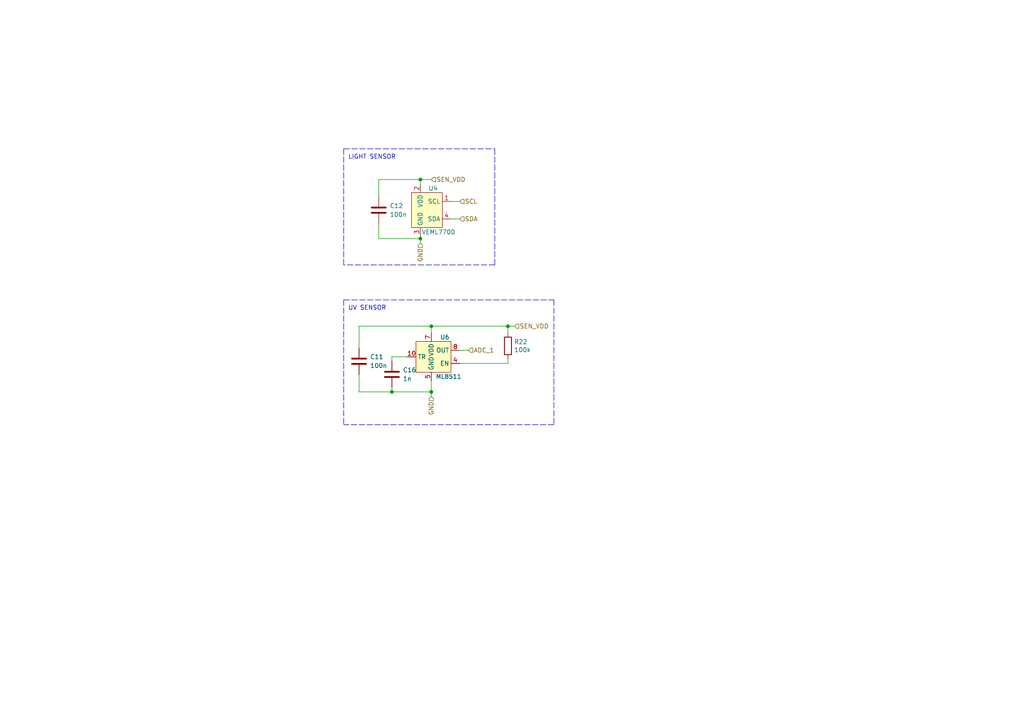
<source format=kicad_sch>
(kicad_sch (version 20211123) (generator eeschema)
  (paper "A4")
  (title_block (title "iotAirMonitoring") (date "2022-05-09") (rev "v1.1") (company "Martin Kousal"))
  (lib_symbols
    (symbol "Device:C" (pin_numbers hide) (pin_names (offset 0.254))
      (property "Reference" "C" (at 0.635 2.54 0))
      (property "Value" "C" (at 0.635 -2.54 0))
      (symbol "C_0_1"
        (polyline (pts (xy -2.032 -0.762) (xy 2.032 -0.762)) (stroke (width 0.508)))
        (polyline (pts (xy -2.032 0.762) (xy 2.032 0.762)) (stroke (width 0.508)))
      )
      (symbol "C_1_1"
        (pin passive line (at 0 3.81 270) (length 2.794) (name "~") (number "1"))
        (pin passive line (at 0 -3.81 90) (length 2.794) (name "~") (number "2"))
      )
    )
    (symbol "Device:R" (pin_numbers hide) (pin_names (offset 0))
      (property "Reference" "R" (at 2.032 0 90))
      (property "Value" "R" (at 0 0 90))
      (symbol "R_0_1"
        (rectangle (start -1.016 -2.54) (end 1.016 2.54) (stroke (width 0.254)))
      )
      (symbol "R_1_1"
        (pin passive line (at 0 3.81 270) (length 1.27) (name "~") (number "1"))
        (pin passive line (at 0 -3.81 90) (length 1.27) (name "~") (number "2"))
      )
    )
    (symbol "mainBoard:ML8511"
      (property "Reference" "U" (at 3.175 5.715 0))
      (property "Value" "ML8511" (at 4.445 -5.715 0))
      (symbol "ML8511_0_1"
        (rectangle (start -4.445 4.445) (end 5.715 -4.445) (fill (type background)))
      )
      (symbol "ML8511_1_1"
        (pin input line (at -6.985 0 0) (length 2.54) (name "TR") (number "10"))
        (pin input line (at 8.255 -1.905 180) (length 2.54) (name "EN") (number "4"))
        (pin input line (at 0 -6.985 90) (length 2.54) (name "GND") (number "5"))
        (pin input line (at 0 6.985 270) (length 2.54) (name "VDD") (number "7"))
        (pin output line (at 8.255 1.905 180) (length 2.54) (name "OUT") (number "8"))
      )
    )
    (symbol "mainBoard:VEML7700"
      (property "Reference" "U" (at 2.54 6.35 0))
      (property "Value" "VEML7700" (at 3.81 -6.35 0))
      (symbol "VEML7700_0_1"
        (rectangle (start -3.81 5.08) (end 5.08 -5.08) (fill (type background)))
      )
      (symbol "VEML7700_1_1"
        (pin passive line (at 7.62 2.54 180) (length 2.54) (name "SCL") (number "1"))
        (pin power_in line (at -1.27 7.62 270) (length 2.54) (name "VDD") (number "2"))
        (pin passive line (at -1.27 -7.62 90) (length 2.54) (name "GND") (number "3"))
        (pin passive line (at 7.62 -2.54 180) (length 2.54) (name "SDA") (number "4"))
      )
    )
  )
  (junction (at 121.92 52.07))
  (junction (at 121.92 69.215))
  (junction (at 125.095 113.665))
  (junction (at 147.32 94.615))
  (junction (at 125.095 94.615))
  (junction (at 113.665 113.665))
  (polyline (pts (xy 143.51 76.835) (xy 99.695 76.835)))
  (wire (pts (xy 104.14 100.965) (xy 104.14 94.615)))
  (polyline (pts (xy 99.695 43.18) (xy 143.51 43.18)))
  (polyline (pts (xy 99.695 86.995) (xy 160.655 86.995)))
  (wire (pts (xy 149.225 94.615) (xy 147.32 94.615)))
  (wire (pts (xy 109.855 69.215) (xy 109.855 64.77)))
  (wire (pts (xy 113.665 113.665) (xy 125.095 113.665)))
  (wire (pts (xy 133.35 101.6) (xy 135.89 101.6)))
  (wire (pts (xy 125.095 113.665) (xy 125.095 110.49)))
  (wire (pts (xy 109.855 52.07) (xy 121.92 52.07)))
  (wire (pts (xy 125.095 94.615) (xy 125.095 96.52)))
  (wire (pts (xy 121.92 69.215) (xy 109.855 69.215)))
  (wire (pts (xy 125.095 52.07) (xy 121.92 52.07)))
  (wire (pts (xy 104.14 94.615) (xy 125.095 94.615)))
  (wire (pts (xy 147.32 105.41) (xy 147.32 104.14)))
  (polyline (pts (xy 99.695 43.18) (xy 99.695 76.835)))
  (wire (pts (xy 130.81 63.5) (xy 133.35 63.5)))
  (wire (pts (xy 147.32 94.615) (xy 147.32 96.52)))
  (wire (pts (xy 113.665 103.505) (xy 118.11 103.505)))
  (wire (pts (xy 121.92 69.215) (xy 121.92 70.485)))
  (wire (pts (xy 130.81 58.42) (xy 133.35 58.42)))
  (wire (pts (xy 113.665 104.775) (xy 113.665 103.505)))
  (wire (pts (xy 109.855 57.15) (xy 109.855 52.07)))
  (polyline (pts (xy 143.51 43.18) (xy 143.51 76.835)))
  (wire (pts (xy 104.14 108.585) (xy 104.14 113.665)))
  (wire (pts (xy 113.665 112.395) (xy 113.665 113.665)))
  (wire (pts (xy 121.92 68.58) (xy 121.92 69.215)))
  (polyline (pts (xy 160.655 123.19) (xy 99.695 123.19)))
  (wire (pts (xy 133.35 105.41) (xy 147.32 105.41)))
  (polyline (pts (xy 160.655 86.995) (xy 160.655 123.19)))
  (wire (pts (xy 104.14 113.665) (xy 113.665 113.665)))
  (wire (pts (xy 147.32 94.615) (xy 125.095 94.615)))
  (polyline (pts (xy 99.695 86.995) (xy 99.695 123.19)))
  (wire (pts (xy 125.095 113.665) (xy 125.095 114.935)))
  (wire (pts (xy 121.92 52.07) (xy 121.92 53.34)))
  (text "LIGHT SENSOR" (at 100.965 46.355 0) (effects (font (size 1.27 1.27)) (justify left bottom)))
  (text "UV SENSOR" (at 100.965 90.17 0) (effects (font (size 1.27 1.27)) (justify left bottom)))
  (hierarchical_label "GND" (shape input) (at 121.92 70.485 270))
  (hierarchical_label "ADC_1" (shape input) (at 135.89 101.6 0))
  (hierarchical_label "SDA" (shape input) (at 133.35 63.5 0))
  (hierarchical_label "SCL" (shape input) (at 133.35 58.42 0))
  (hierarchical_label "GND" (shape input) (at 125.095 114.935 270))
  (hierarchical_label "SEN_VDD" (shape input) (at 125.095 52.07 0))
  (hierarchical_label "SEN_VDD" (shape input) (at 149.225 94.615 0))
  (symbol (lib_id "Device:C") (at 104.14 104.775 0) (unit 1)
    (property "Reference" "C11" (at 107.315 103.5049 0) (effects (justify left)))
    (property "Value" "100n" (at 107.315 106.0449 0) (effects (justify left)))
    (property "Footprint" "Capacitor_SMD:C_0603_1608Metric" (effects hide))
  )
  (symbol (lib_id "mainBoard:VEML7700") (at 123.19 60.96 0) (unit 1)
    (property "Reference" "U4" (at 127 54.61 0) (effects (justify right)))
    (property "Value" "VEML7700" (at 132.08 67.31 0) (effects (justify right)))
    (property "Footprint" "mainBoard:VEML7700" (effects hide))
    (property "Datasheet" "https://www.vishay.com/docs/84286/veml7700.pdf" (effects hide))
  )
  (symbol (lib_id "Device:R") (at 147.32 100.33 0) (unit 1)
    (property "Reference" "R22" (at 149.098 99.1616 0) (effects (justify left)))
    (property "Value" "100k" (at 149.098 101.473 0) (effects (justify left)))
    (property "Footprint" "Resistor_SMD:R_0805_2012Metric" (effects hide))
    (property "LCSC" "C25741" (effects hide))
  )
  (symbol (lib_id "Device:C") (at 113.665 108.585 0) (unit 1)
    (property "Reference" "C16" (at 116.84 107.3149 0) (effects (justify left)))
    (property "Value" "1n" (at 116.84 109.8549 0) (effects (justify left)))
    (property "Footprint" "Capacitor_SMD:C_0805_2012Metric" (effects hide))
  )
  (symbol (lib_id "mainBoard:ML8511") (at 125.095 103.505 0) (unit 1)
    (property "Reference" "U6" (at 127.635 97.79 0) (effects (justify left)))
    (property "Value" "ML8511" (at 126.365 109.22 0) (effects (justify left)))
    (property "Footprint" "mainBoard:ML8511" (effects hide))
    (property "Datasheet" "https://cdn.sparkfun.com/datasheets/Sensors/LightImaging/ML8511_3-8-13.pdf" (effects hide))
  )
  (symbol (lib_id "Device:C") (at 109.855 60.96 0) (unit 1)
    (property "Reference" "C12" (at 113.03 59.6899 0) (effects (justify left)))
    (property "Value" "100n" (at 113.03 62.2299 0) (effects (justify left)))
    (property "Footprint" "Capacitor_SMD:C_0603_1608Metric" (effects hide))
  )
)
</source>
